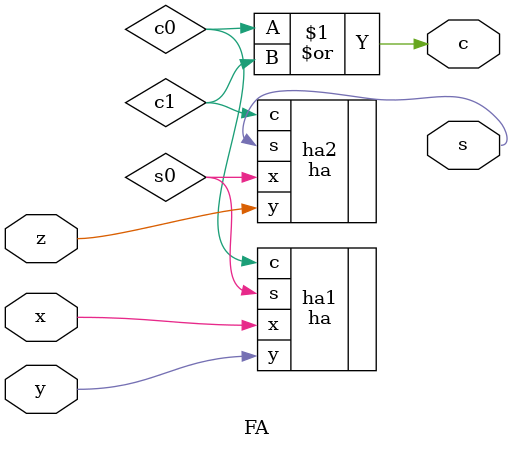
<source format=v>
`timescale 1ns / 1ps


module FA(s,c,x,y,z);
output s,c;
input x,y,z;
wire s0,c0,c1;

//instantiate ha
ha ha1(
.s(s0),
.c(c0),
.x(x),
.y(y)
);

ha ha2(
.s(s),
.c(c1),
.x(s0),
.y(z)
);
or O(c,c0,c1);
endmodule

</source>
